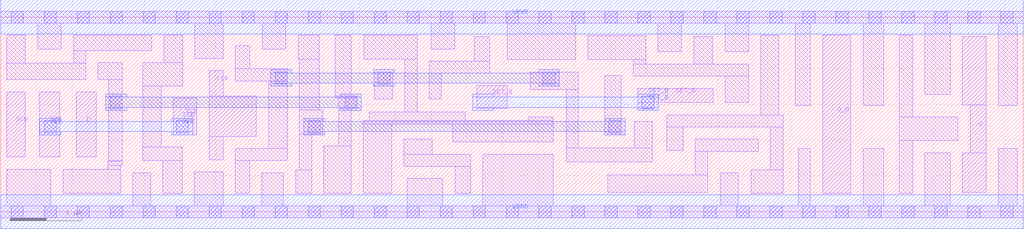
<source format=lef>
# Copyright 2020 The SkyWater PDK Authors
#
# Licensed under the Apache License, Version 2.0 (the "License");
# you may not use this file except in compliance with the License.
# You may obtain a copy of the License at
#
#     https://www.apache.org/licenses/LICENSE-2.0
#
# Unless required by applicable law or agreed to in writing, software
# distributed under the License is distributed on an "AS IS" BASIS,
# WITHOUT WARRANTIES OR CONDITIONS OF ANY KIND, either express or implied.
# See the License for the specific language governing permissions and
# limitations under the License.
#
# SPDX-License-Identifier: Apache-2.0

VERSION 5.7 ;
  NAMESCASESENSITIVE ON ;
  NOWIREEXTENSIONATPIN ON ;
  DIVIDERCHAR "/" ;
  BUSBITCHARS "[]" ;
UNITS
  DATABASE MICRONS 200 ;
END UNITS
MACRO sky130_fd_sc_hd__sdfsbp_2
  CLASS CORE ;
  SOURCE USER ;
  FOREIGN sky130_fd_sc_hd__sdfsbp_2 ;
  ORIGIN  0.000000  0.000000 ;
  SIZE  14.26000 BY  2.720000 ;
  SYMMETRY X Y R90 ;
  SITE unithd ;
  PIN D
    ANTENNAGATEAREA  0.159000 ;
    DIRECTION INPUT ;
    USE SIGNAL ;
    PORT
      LAYER li1 ;
        RECT 1.050000 0.765000 1.335000 1.675000 ;
    END
  END D
  PIN Q
    ANTENNADIFFAREA  0.445500 ;
    DIRECTION OUTPUT ;
    USE SIGNAL ;
    PORT
      LAYER li1 ;
        RECT 13.410000 0.275000 13.740000 0.825000 ;
        RECT 13.410000 1.495000 13.740000 2.450000 ;
        RECT 13.515000 0.825000 13.740000 1.495000 ;
    END
  END Q
  PIN Q_N
    ANTENNADIFFAREA  0.445500 ;
    DIRECTION OUTPUT ;
    USE SIGNAL ;
    PORT
      LAYER li1 ;
        RECT 11.460000 0.255000 11.855000 2.465000 ;
    END
  END Q_N
  PIN SCD
    ANTENNAGATEAREA  0.159000 ;
    DIRECTION INPUT ;
    USE SIGNAL ;
    PORT
      LAYER li1 ;
        RECT 0.085000 0.765000 0.340000 1.675000 ;
    END
  END SCD
  PIN SCE
    ANTENNAGATEAREA  0.318000 ;
    DIRECTION INPUT ;
    USE SIGNAL ;
    PORT
      LAYER li1 ;
        RECT 0.540000 0.765000 0.820000 1.675000 ;
      LAYER mcon ;
        RECT 0.605000 1.105000 0.775000 1.275000 ;
    END
    PORT
      LAYER li1 ;
        RECT 2.405000 1.075000 2.735000 1.590000 ;
      LAYER mcon ;
        RECT 2.445000 1.105000 2.615000 1.275000 ;
    END
    PORT
      LAYER met1 ;
        RECT 0.545000 1.075000 0.835000 1.120000 ;
        RECT 0.545000 1.120000 2.675000 1.260000 ;
        RECT 0.545000 1.260000 0.835000 1.305000 ;
        RECT 2.385000 1.075000 2.675000 1.120000 ;
        RECT 2.385000 1.260000 2.675000 1.305000 ;
    END
  END SCE
  PIN SET_B
    ANTENNAGATEAREA  0.252000 ;
    DIRECTION INPUT ;
    USE SIGNAL ;
    PORT
      LAYER li1 ;
        RECT 6.640000 1.445000 7.065000 1.765000 ;
    END
    PORT
      LAYER li1 ;
        RECT 8.880000 1.435000 9.115000 1.525000 ;
        RECT 8.880000 1.525000 9.935000 1.725000 ;
      LAYER mcon ;
        RECT 8.940000 1.445000 9.110000 1.615000 ;
    END
    PORT
      LAYER met1 ;
        RECT 6.580000 1.415000 6.870000 1.460000 ;
        RECT 6.580000 1.460000 9.170000 1.600000 ;
        RECT 6.580000 1.600000 6.870000 1.645000 ;
        RECT 8.880000 1.415000 9.170000 1.460000 ;
        RECT 8.880000 1.600000 9.170000 1.645000 ;
    END
  END SET_B
  PIN CLK
    ANTENNAGATEAREA  0.159000 ;
    DIRECTION INPUT ;
    USE CLOCK ;
    PORT
      LAYER li1 ;
        RECT 2.905000 0.725000 3.100000 1.055000 ;
        RECT 2.905000 1.055000 3.565000 1.615000 ;
        RECT 2.905000 1.615000 3.100000 1.970000 ;
    END
  END CLK
  PIN VGND
    DIRECTION INOUT ;
    SHAPE ABUTMENT ;
    USE GROUND ;
    PORT
      LAYER met1 ;
        RECT 0.000000 -0.240000 14.260000 0.240000 ;
    END
  END VGND
  PIN VPWR
    DIRECTION INOUT ;
    SHAPE ABUTMENT ;
    USE POWER ;
    PORT
      LAYER met1 ;
        RECT 0.000000 2.480000 14.260000 2.960000 ;
    END
  END VPWR
  OBS
    LAYER li1 ;
      RECT  0.000000 -0.085000 14.260000 0.085000 ;
      RECT  0.000000  2.635000 14.260000 2.805000 ;
      RECT  0.085000  0.085000  0.700000 0.595000 ;
      RECT  0.085000  1.845000  1.185000 2.075000 ;
      RECT  0.085000  2.075000  0.345000 2.465000 ;
      RECT  0.515000  2.275000  0.845000 2.635000 ;
      RECT  0.870000  0.255000  1.670000 0.595000 ;
      RECT  1.015000  2.075000  1.185000 2.255000 ;
      RECT  1.015000  2.255000  2.105000 2.465000 ;
      RECT  1.355000  1.845000  1.695000 2.085000 ;
      RECT  1.495000  0.595000  1.670000 0.645000 ;
      RECT  1.495000  0.645000  1.695000 0.705000 ;
      RECT  1.500000  0.705000  1.695000 0.720000 ;
      RECT  1.505000  0.720000  1.695000 1.845000 ;
      RECT  1.840000  0.085000  2.090000 0.545000 ;
      RECT  1.980000  0.715000  2.530000 0.905000 ;
      RECT  1.980000  0.905000  2.235000 1.760000 ;
      RECT  1.980000  1.760000  2.535000 2.085000 ;
      RECT  2.260000  0.255000  2.530000 0.715000 ;
      RECT  2.275000  2.085000  2.535000 2.465000 ;
      RECT  2.700000  0.085000  3.100000 0.555000 ;
      RECT  2.705000  2.140000  3.100000 2.635000 ;
      RECT  3.270000  0.255000  3.470000 0.715000 ;
      RECT  3.270000  0.715000  3.995000 0.885000 ;
      RECT  3.270000  1.830000  3.995000 2.000000 ;
      RECT  3.270000  2.000000  3.475000 2.325000 ;
      RECT  3.640000  0.085000  3.940000 0.545000 ;
      RECT  3.645000  2.275000  3.975000 2.635000 ;
      RECT  3.735000  0.885000  3.995000 1.830000 ;
      RECT  4.110000  0.255000  4.335000 0.585000 ;
      RECT  4.145000  2.135000  4.440000 2.465000 ;
      RECT  4.165000  0.585000  4.335000 1.090000 ;
      RECT  4.165000  1.090000  4.490000 1.420000 ;
      RECT  4.165000  1.420000  4.440000 2.135000 ;
      RECT  4.505000  0.255000  4.885000 0.920000 ;
      RECT  4.665000  1.590000  4.970000 1.615000 ;
      RECT  4.665000  1.615000  4.890000 2.465000 ;
      RECT  4.715000  0.920000  4.885000 1.445000 ;
      RECT  4.715000  1.445000  4.970000 1.590000 ;
      RECT  5.055000  0.255000  5.450000 1.225000 ;
      RECT  5.055000  1.225000  7.705000 1.275000 ;
      RECT  5.060000  2.135000  5.805000 2.465000 ;
      RECT  5.140000  1.275000  6.475000 1.395000 ;
      RECT  5.205000  1.575000  5.465000 1.955000 ;
      RECT  5.620000  0.635000  6.550000 0.805000 ;
      RECT  5.620000  0.805000  6.015000 1.015000 ;
      RECT  5.635000  1.395000  5.805000 2.135000 ;
      RECT  5.665000  0.085000  6.165000 0.465000 ;
      RECT  5.975000  1.575000  6.145000 1.935000 ;
      RECT  5.975000  1.935000  6.820000 2.105000 ;
      RECT  6.000000  2.275000  6.330000 2.635000 ;
      RECT  6.305000  0.975000  7.705000 1.225000 ;
      RECT  6.335000  0.255000  6.550000 0.635000 ;
      RECT  6.605000  2.105000  6.820000 2.450000 ;
      RECT  6.720000  0.085000  7.705000 0.805000 ;
      RECT  7.060000  2.125000  8.015000 2.635000 ;
      RECT  7.355000  1.275000  7.705000 1.325000 ;
      RECT  7.385000  1.705000  8.055000 1.955000 ;
      RECT  7.885000  0.695000  9.085000 0.895000 ;
      RECT  7.885000  0.895000  8.055000 1.705000 ;
      RECT  8.185000  2.125000  8.990000 2.460000 ;
      RECT  8.420000  1.075000  8.650000 1.905000 ;
      RECT  8.465000  0.275000  9.855000 0.515000 ;
      RECT  8.820000  1.895000 10.430000 2.065000 ;
      RECT  8.820000  2.065000  8.990000 2.125000 ;
      RECT  8.830000  0.895000  9.085000 1.265000 ;
      RECT  9.160000  2.235000  9.490000 2.635000 ;
      RECT  9.285000  0.855000  9.515000 1.185000 ;
      RECT  9.285000  1.185000 10.910000 1.355000 ;
      RECT  9.660000  2.065000  9.930000 2.450000 ;
      RECT  9.685000  0.515000  9.855000 0.845000 ;
      RECT  9.685000  0.845000 10.560000 1.015000 ;
      RECT 10.035000  0.085000 10.285000 0.545000 ;
      RECT 10.100000  2.235000 10.430000 2.635000 ;
      RECT 10.105000  1.525000 10.430000 1.895000 ;
      RECT 10.465000  0.255000 10.910000 0.585000 ;
      RECT 10.600000  1.355000 10.845000 2.465000 ;
      RECT 10.730000  0.585000 10.910000 1.185000 ;
      RECT 11.080000  1.485000 11.290000 2.635000 ;
      RECT 11.120000  0.085000 11.290000 0.885000 ;
      RECT 12.025000  0.085000 12.315000 0.885000 ;
      RECT 12.025000  1.485000 12.315000 2.635000 ;
      RECT 12.530000  0.255000 12.715000 0.995000 ;
      RECT 12.530000  0.995000 13.345000 1.325000 ;
      RECT 12.530000  1.325000 12.715000 2.465000 ;
      RECT 12.885000  0.085000 13.240000 0.825000 ;
      RECT 12.885000  1.635000 13.240000 2.635000 ;
      RECT 13.910000  0.085000 14.175000 0.885000 ;
      RECT 13.910000  1.485000 14.175000 2.635000 ;
    LAYER mcon ;
      RECT  0.145000 -0.085000  0.315000 0.085000 ;
      RECT  0.145000  2.635000  0.315000 2.805000 ;
      RECT  0.605000 -0.085000  0.775000 0.085000 ;
      RECT  0.605000  2.635000  0.775000 2.805000 ;
      RECT  1.065000 -0.085000  1.235000 0.085000 ;
      RECT  1.065000  2.635000  1.235000 2.805000 ;
      RECT  1.525000 -0.085000  1.695000 0.085000 ;
      RECT  1.525000  1.445000  1.695000 1.615000 ;
      RECT  1.525000  2.635000  1.695000 2.805000 ;
      RECT  1.985000 -0.085000  2.155000 0.085000 ;
      RECT  1.985000  2.635000  2.155000 2.805000 ;
      RECT  2.445000 -0.085000  2.615000 0.085000 ;
      RECT  2.445000  2.635000  2.615000 2.805000 ;
      RECT  2.905000 -0.085000  3.075000 0.085000 ;
      RECT  2.905000  2.635000  3.075000 2.805000 ;
      RECT  3.365000 -0.085000  3.535000 0.085000 ;
      RECT  3.365000  2.635000  3.535000 2.805000 ;
      RECT  3.825000 -0.085000  3.995000 0.085000 ;
      RECT  3.825000  1.785000  3.995000 1.955000 ;
      RECT  3.825000  2.635000  3.995000 2.805000 ;
      RECT  4.285000 -0.085000  4.455000 0.085000 ;
      RECT  4.285000  1.105000  4.455000 1.275000 ;
      RECT  4.285000  2.635000  4.455000 2.805000 ;
      RECT  4.745000 -0.085000  4.915000 0.085000 ;
      RECT  4.745000  2.635000  4.915000 2.805000 ;
      RECT  4.800000  1.445000  4.970000 1.615000 ;
      RECT  5.205000 -0.085000  5.375000 0.085000 ;
      RECT  5.205000  2.635000  5.375000 2.805000 ;
      RECT  5.260000  1.785000  5.430000 1.955000 ;
      RECT  5.665000 -0.085000  5.835000 0.085000 ;
      RECT  5.665000  2.635000  5.835000 2.805000 ;
      RECT  6.125000 -0.085000  6.295000 0.085000 ;
      RECT  6.125000  2.635000  6.295000 2.805000 ;
      RECT  6.585000 -0.085000  6.755000 0.085000 ;
      RECT  6.585000  2.635000  6.755000 2.805000 ;
      RECT  7.045000 -0.085000  7.215000 0.085000 ;
      RECT  7.045000  2.635000  7.215000 2.805000 ;
      RECT  7.505000 -0.085000  7.675000 0.085000 ;
      RECT  7.505000  2.635000  7.675000 2.805000 ;
      RECT  7.560000  1.785000  7.730000 1.955000 ;
      RECT  7.965000 -0.085000  8.135000 0.085000 ;
      RECT  7.965000  2.635000  8.135000 2.805000 ;
      RECT  8.425000 -0.085000  8.595000 0.085000 ;
      RECT  8.425000  2.635000  8.595000 2.805000 ;
      RECT  8.480000  1.105000  8.650000 1.275000 ;
      RECT  8.885000 -0.085000  9.055000 0.085000 ;
      RECT  8.885000  2.635000  9.055000 2.805000 ;
      RECT  9.345000 -0.085000  9.515000 0.085000 ;
      RECT  9.345000  2.635000  9.515000 2.805000 ;
      RECT  9.805000 -0.085000  9.975000 0.085000 ;
      RECT  9.805000  2.635000  9.975000 2.805000 ;
      RECT 10.265000 -0.085000 10.435000 0.085000 ;
      RECT 10.265000  2.635000 10.435000 2.805000 ;
      RECT 10.725000 -0.085000 10.895000 0.085000 ;
      RECT 10.725000  2.635000 10.895000 2.805000 ;
      RECT 11.185000 -0.085000 11.355000 0.085000 ;
      RECT 11.185000  2.635000 11.355000 2.805000 ;
      RECT 11.645000 -0.085000 11.815000 0.085000 ;
      RECT 11.645000  2.635000 11.815000 2.805000 ;
      RECT 12.105000 -0.085000 12.275000 0.085000 ;
      RECT 12.105000  2.635000 12.275000 2.805000 ;
      RECT 12.565000 -0.085000 12.735000 0.085000 ;
      RECT 12.565000  2.635000 12.735000 2.805000 ;
      RECT 13.025000 -0.085000 13.195000 0.085000 ;
      RECT 13.025000  2.635000 13.195000 2.805000 ;
      RECT 13.485000 -0.085000 13.655000 0.085000 ;
      RECT 13.485000  2.635000 13.655000 2.805000 ;
      RECT 13.945000 -0.085000 14.115000 0.085000 ;
      RECT 13.945000  2.635000 14.115000 2.805000 ;
    LAYER met1 ;
      RECT 1.465000 1.415000 1.755000 1.460000 ;
      RECT 1.465000 1.460000 5.030000 1.600000 ;
      RECT 1.465000 1.600000 1.755000 1.645000 ;
      RECT 3.765000 1.755000 4.055000 1.800000 ;
      RECT 3.765000 1.800000 7.790000 1.940000 ;
      RECT 3.765000 1.940000 4.055000 1.985000 ;
      RECT 4.225000 1.075000 4.515000 1.120000 ;
      RECT 4.225000 1.120000 8.710000 1.260000 ;
      RECT 4.225000 1.260000 4.515000 1.305000 ;
      RECT 4.740000 1.415000 5.030000 1.460000 ;
      RECT 4.740000 1.600000 5.030000 1.645000 ;
      RECT 5.200000 1.755000 5.490000 1.800000 ;
      RECT 5.200000 1.940000 5.490000 1.985000 ;
      RECT 7.500000 1.755000 7.790000 1.800000 ;
      RECT 7.500000 1.940000 7.790000 1.985000 ;
      RECT 8.420000 1.075000 8.710000 1.120000 ;
      RECT 8.420000 1.260000 8.710000 1.305000 ;
  END
END sky130_fd_sc_hd__sdfsbp_2
END LIBRARY

</source>
